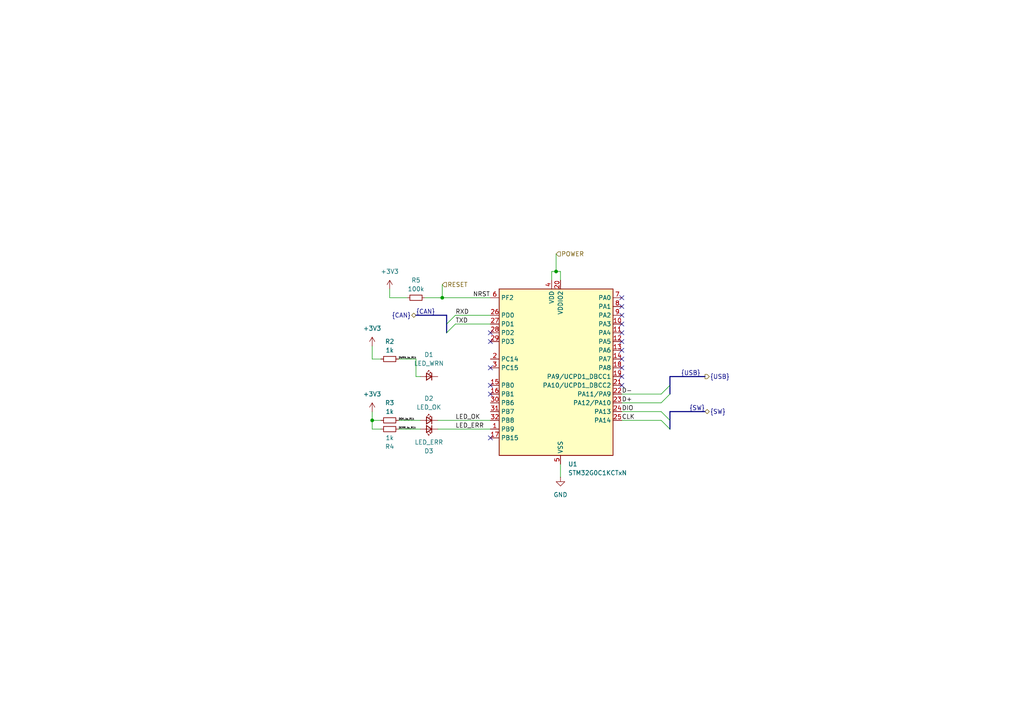
<source format=kicad_sch>
(kicad_sch (version 20250114) (generator "eeschema") (generator_version "9.0")
  (paper "A4")
  (lib_symbols
    (symbol "Device:LED_Small" (pin_numbers (hide yes)) (pin_names (offset 0.254) (hide yes))
      (property "Reference" "D" (at -1.27 3.175 0))
      (property "Value" "LED_Small" (at -4.445 -2.54 0))
      (symbol "LED_Small_0_1"
        (polyline (pts (xy -0.762 -1.016) (xy -0.762 1.016)) (stroke (width 0.254)))
        (polyline (pts (xy 0 0.762) (xy -0.508 1.27) (xy -0.254 1.27) (xy -0.508 1.27) (xy -0.508 1.016)))
        (polyline (pts (xy 0.508 1.27) (xy 0 1.778) (xy 0.254 1.778) (xy 0 1.778) (xy 0 1.524)))
        (polyline (pts (xy 0.762 -1.016) (xy -0.762 0) (xy 0.762 1.016) (xy 0.762 -1.016)) (stroke (width 0.254)))
        (polyline (pts (xy 1.016 0) (xy -0.762 0)))
      )
      (symbol "LED_Small_1_1"
        (pin passive line (at -2.54 0 0) (length 1.778) (name "K") (number "1"))
        (pin passive line (at 2.54 0 180) (length 1.778) (name "A") (number "2"))
      )
    )
    (symbol "Device:R_Small" (pin_numbers (hide yes)) (pin_names (offset 0.254) (hide yes))
      (property "Reference" "R" (at 0.762 0.508 0))
      (property "Value" "R_Small" (at 0.762 -1.016 0))
      (symbol "R_Small_0_1"
        (rectangle (start -0.762 1.778) (end 0.762 -1.778) (stroke (width 0.2032)))
      )
      (symbol "R_Small_1_1"
        (pin passive line (at 0 2.54 270) (length 0.762) (name "~") (number "1"))
        (pin passive line (at 0 -2.54 90) (length 0.762) (name "~") (number "2"))
      )
    )
    (symbol "MCU_ST_STM32G0:STM32G0C1KCTxN"
      (property "Reference" "U1" (at 4.7341 -25.4 0))
      (property "Value" "STM32G0C1KCTxN" (at 4.7341 -27.94 0))
      (symbol "STM32G0C1KCTxN_0_1"
        (rectangle (start -15.24 -22.86) (end 17.78 25.4) (stroke (width 0.254)) (fill (type background)))
      )
      (symbol "STM32G0C1KCTxN_1_1"
        (pin bidirectional line (at -17.78 22.86 0) (length 2.54) (name "PF2") (number "6"))
        (pin bidirectional line (at -17.78 17.78 0) (length 2.54) (name "PD0") (number "26"))
        (pin bidirectional line (at -17.78 15.24 0) (length 2.54) (name "PD1") (number "27"))
        (pin bidirectional line (at -17.78 12.7 0) (length 2.54) (name "PD2") (number "28"))
        (pin bidirectional line (at -17.78 10.16 0) (length 2.54) (name "PD3") (number "29"))
        (pin bidirectional line (at -17.78 5.08 0) (length 2.54) (name "PC14") (number "2"))
        (pin bidirectional line (at -17.78 2.54 0) (length 2.54) (name "PC15") (number "3"))
        (pin bidirectional line (at -17.78 -2.54 0) (length 2.54) (name "PB0") (number "15"))
        (pin bidirectional line (at -17.78 -5.08 0) (length 2.54) (name "PB1") (number "16"))
        (pin bidirectional line (at -17.78 -7.62 0) (length 2.54) (name "PB6") (number "30"))
        (pin bidirectional line (at -17.78 -10.16 0) (length 2.54) (name "PB7") (number "31"))
        (pin bidirectional line (at -17.78 -12.7 0) (length 2.54) (name "PB8") (number "32"))
        (pin bidirectional line (at -17.78 -15.24 0) (length 2.54) (name "PB9") (number "1"))
        (pin bidirectional line (at -17.78 -17.78 0) (length 2.54) (name "PB15") (number "17"))
        (pin power_in line (at 0 27.94 270) (length 2.54) (name "VDD") (number "4"))
        (pin power_in line (at 2.54 27.94 270) (length 2.54) (name "VDDIO2") (number "20"))
        (pin power_out line (at 2.54 -25.4 90) (length 2.54) (name "VSS") (number "5"))
        (pin bidirectional line (at 20.32 22.86 180) (length 2.54) (name "PA0") (number "7"))
        (pin bidirectional line (at 20.32 20.32 180) (length 2.54) (name "PA1") (number "8"))
        (pin bidirectional line (at 20.32 17.78 180) (length 2.54) (name "PA2") (number "9"))
        (pin bidirectional line (at 20.32 15.24 180) (length 2.54) (name "PA3") (number "10"))
        (pin bidirectional line (at 20.32 12.7 180) (length 2.54) (name "PA4") (number "11"))
        (pin bidirectional line (at 20.32 10.16 180) (length 2.54) (name "PA5") (number "12"))
        (pin bidirectional line (at 20.32 7.62 180) (length 2.54) (name "PA6") (number "13"))
        (pin bidirectional line (at 20.32 5.08 180) (length 2.54) (name "PA7") (number "14"))
        (pin bidirectional line (at 20.32 2.54 180) (length 2.54) (name "PA8") (number "18"))
        (pin bidirectional line (at 20.32 0 180) (length 2.54) (name "PA9/UCPD1_DBCC1") (number "19"))
        (pin bidirectional line (at 20.32 -2.54 180) (length 2.54) (name "PA10/UCPD1_DBCC2") (number "21"))
        (pin bidirectional line (at 20.32 -5.08 180) (length 2.54) (name "PA11/PA9") (number "22"))
        (pin bidirectional line (at 20.32 -7.62 180) (length 2.54) (name "PA12/PA10") (number "23"))
        (pin bidirectional line (at 20.32 -10.16 180) (length 2.54) (name "PA13") (number "24"))
        (pin bidirectional line (at 20.32 -12.7 180) (length 2.54) (name "PA14") (number "25"))
      )
    )
    (symbol "power:+3V3" (power) (pin_numbers (hide yes)) (pin_names (offset 0) (hide yes))
      (property "Value" "+3V3" (at 0 3.556 0))
      (symbol "+3V3_0_1"
        (polyline (pts (xy -0.762 1.27) (xy 0 2.54)))
        (polyline (pts (xy 0 2.54) (xy 0.762 1.27)))
        (polyline (pts (xy 0 0) (xy 0 2.54)))
      )
      (symbol "+3V3_1_1"
        (pin power_in line (at 0 0 90) (length 0) (name "~") (number "1"))
      )
    )
    (symbol "power:GND" (power) (pin_numbers (hide yes)) (pin_names (offset 0) (hide yes))
      (property "Value" "GND" (at 0 -3.81 0))
      (symbol "GND_0_1"
        (polyline (pts (xy 0 0) (xy 0 -1.27) (xy 1.27 -1.27) (xy 0 -2.54) (xy -1.27 -1.27) (xy 0 -1.27)))
      )
      (symbol "GND_1_1"
        (pin power_in line (at 0 0 270) (length 0) (name "~") (number "1"))
      )
    )
  )
  (junction (at 128.27 86.36))
  (junction (at 161.29 78.74))
  (junction (at 107.95 121.92))
  (no_connect (at 180.34 104.14))
  (no_connect (at 142.24 96.52))
  (no_connect (at 180.34 96.52))
  (no_connect (at 142.24 99.06))
  (no_connect (at 180.34 101.6))
  (no_connect (at 180.34 109.22))
  (no_connect (at 180.34 99.06))
  (no_connect (at 142.24 114.3))
  (no_connect (at 180.34 86.36))
  (no_connect (at 180.34 91.44))
  (no_connect (at 142.24 127))
  (no_connect (at 180.34 111.76))
  (no_connect (at 142.24 106.68))
  (no_connect (at 142.24 111.76))
  (no_connect (at 180.34 88.9))
  (no_connect (at 180.34 93.98))
  (no_connect (at 180.34 106.68))
  (bus_entry (at 132.08 93.98) (size -2.54 2.54))
  (bus_entry (at 132.08 91.44) (size -2.54 2.54))
  (bus_entry (at 194.31 111.76) (size -2.54 2.54))
  (bus_entry (at 194.31 124.46) (size -2.54 -2.54))
  (bus_entry (at 194.31 114.3) (size -2.54 2.54))
  (bus_entry (at 194.31 121.92) (size -2.54 -2.54))
  (wire (pts (xy 162.56 78.74) (xy 162.56 81.28)))
  (bus (pts (xy 194.31 119.38) (xy 194.31 121.92)))
  (wire (pts (xy 115.57 124.46) (xy 121.92 124.46)))
  (bus (pts (xy 194.31 119.38) (xy 204.47 119.38)))
  (wire (pts (xy 161.29 78.74) (xy 160.02 78.74)))
  (wire (pts (xy 107.95 104.14) (xy 110.49 104.14)))
  (wire (pts (xy 107.95 121.92) (xy 110.49 121.92)))
  (bus (pts (xy 194.31 121.92) (xy 194.31 124.46)))
  (wire (pts (xy 180.34 114.3) (xy 191.77 114.3)))
  (wire (pts (xy 128.27 82.55) (xy 128.27 86.36)))
  (wire (pts (xy 107.95 124.46) (xy 110.49 124.46)))
  (wire (pts (xy 107.95 119.38) (xy 107.95 121.92)))
  (wire (pts (xy 160.02 78.74) (xy 160.02 81.28)))
  (bus (pts (xy 129.54 91.44) (xy 120.65 91.44)))
  (wire (pts (xy 161.29 73.66) (xy 161.29 78.74)))
  (wire (pts (xy 107.95 100.33) (xy 107.95 104.14)))
  (wire (pts (xy 128.27 86.36) (xy 142.24 86.36)))
  (wire (pts (xy 132.08 93.98) (xy 142.24 93.98)))
  (wire (pts (xy 180.34 119.38) (xy 191.77 119.38)))
  (wire (pts (xy 107.95 121.92) (xy 107.95 124.46)))
  (wire (pts (xy 118.11 86.36) (xy 113.03 86.36)))
  (wire (pts (xy 162.56 134.62) (xy 162.56 138.43)))
  (wire (pts (xy 120.65 104.14) (xy 115.57 104.14)))
  (wire (pts (xy 127 124.46) (xy 142.24 124.46)))
  (wire (pts (xy 120.65 109.22) (xy 120.65 104.14)))
  (wire (pts (xy 115.57 121.92) (xy 121.92 121.92)))
  (wire (pts (xy 161.29 78.74) (xy 162.56 78.74)))
  (bus (pts (xy 194.31 109.22) (xy 194.31 111.76)))
  (wire (pts (xy 127 121.92) (xy 142.24 121.92)))
  (wire (pts (xy 121.92 109.22) (xy 120.65 109.22)))
  (wire (pts (xy 123.19 86.36) (xy 128.27 86.36)))
  (wire (pts (xy 132.08 91.44) (xy 142.24 91.44)))
  (wire (pts (xy 180.34 116.84) (xy 191.77 116.84)))
  (bus (pts (xy 194.31 109.22) (xy 204.47 109.22)))
  (bus (pts (xy 129.54 93.98) (xy 129.54 96.52)))
  (wire (pts (xy 180.34 121.92) (xy 191.77 121.92)))
  (wire (pts (xy 113.03 83.82) (xy 113.03 86.36)))
  (bus (pts (xy 129.54 91.44) (xy 129.54 93.98)))
  (bus (pts (xy 194.31 111.76) (xy 194.31 114.3)))
  (label "{SW}" (at 204.47 119.38 180))
  (label "{CAN}" (at 120.65 91.44 0))
  (label "DIO" (at 180.34 119.38 0))
  (label "CLK" (at 180.34 121.92 0))
  (label "{USB}" (at 203.2 109.22 180))
  (label "D-" (at 180.34 114.3 0))
  (label "DWRN_to_R1k" (at 115.57 104.14 0) (effects (font (size 0.508 0.508))))
  (label "DOK_to_R1k" (at 115.57 121.92 0) (effects (font (size 0.508 0.508))))
  (label "D+" (at 180.34 116.84 0))
  (label "NRST" (at 137.16 86.36 0))
  (label "LED_ERR" (at 132.08 124.46 0))
  (label "DERR_to_R1k" (at 115.57 124.46 0) (effects (font (size 0.508 0.508))))
  (label "RXD" (at 132.08 91.44 0))
  (label "TXD" (at 132.08 93.98 0))
  (label "LED_OK" (at 132.08 121.92 0))
  (hierarchical_label "{SW}" (shape bidirectional) (at 204.47 119.38 0))
  (hierarchical_label "POWER" (shape input) (at 161.29 73.66 0))
  (hierarchical_label "{CAN}" (shape bidirectional) (at 120.65 91.44 180))
  (hierarchical_label "{USB}" (shape output) (at 204.47 109.22 0))
  (hierarchical_label "RESET" (shape input) (at 128.27 82.55 0))
  (symbol (lib_id "power:+3V3") (at 107.95 100.33 0) (unit 1)
    (property "Reference" "#PWR02" (effects (hide yes)))
    (property "Value" "+3V3" (at 107.95 95.25 0))
    (property "Description" "Power symbol creates a global label with name \"+3V3\"" (effects (hide yes)))
  )
  (symbol (lib_id "power:GND") (at 162.56 138.43 0) (unit 1)
    (property "Reference" "#PWR06" (effects (hide yes)))
    (property "Value" "GND" (at 162.56 143.51 0))
  )
  (symbol (lib_id "MCU_ST_STM32G0:STM32G0C1KCTxN") (at 160.02 109.22 0) (unit 1)
    (property "Reference" "U1" (at 164.7541 134.62 0) (effects (justify left)))
    (property "Value" "STM32G0C1KCTxN" (at 164.7541 137.16 0) (effects (justify left)))
    (property "Footprint" "Package_QFP:LQFP-32_7x7mm_P0.8mm" (effects (hide yes)))
    (property "Datasheet" "https://www.st.com/resource/en/datasheet/stm32g0c1kc.pdf" (effects (hide yes)))
    (property "Mouser Price/Stock" "https://www.mouser.pl/ProductDetail/STMicroelectronics/STM32G0C1KCT6N?qs=iLbezkQI%252Bshu4f%252BBp0CpFw%3D%3D" (effects (hide yes)))
  )
  (symbol (lib_id "Device:R_Small") (at 113.03 121.92 90) (unit 1)
    (property "Reference" "R3" (at 113.03 116.84 90))
    (property "Value" "1k" (at 113.03 119.38 90))
    (property "Footprint" "Resistor_SMD:R_0603_1608Metric_Pad0.98x0.95mm_HandSolder" (effects (hide yes)))
    (property "Datasheet" "https://www.vishay.com/docs/20035/dcrcwe3.pdf" (effects (hide yes)))
    (property "Description" "Resistor, small symbol" (effects (hide yes)))
    (property "Mouser Price/Stock" "https://www.mouser.pl/ProductDetail/Vishay-Dale/CRCW06031K00FKED?qs=sGAEpiMZZMtlubZbdhIBIKbhzOdzan%2FGTch9K0lp5pQ%3D" (effects (hide yes)))
  )
  (symbol (lib_id "Device:R_Small") (at 120.65 86.36 90) (unit 1)
    (property "Reference" "R5" (at 120.65 81.28 90))
    (property "Value" "100k" (at 120.65 83.82 90))
    (property "Footprint" "Resistor_SMD:R_0603_1608Metric_Pad0.98x0.95mm_HandSolder" (effects (hide yes)))
    (property "Datasheet" "https://www.koaspeer.com/pdfs/RK73B.pdf" (effects (hide yes)))
    (property "Description" "Resistor, small symbol" (effects (hide yes)))
    (property "Mouser" "https://www.mouser.pl/ProductDetail/KOA-Speer/RK73Z1JTTDD?qs=sGAEpiMZZMtlubZbdhIBIOIkEhSyZ1IOpjyUKjVzbOA%3D" (effects (hide yes)))
    (property "Mouser Price/Stock" "https://www.mouser.pl/ProductDetail/KOA-Speer/RK73B1JTTD104J?qs=sGAEpiMZZMvdGkrng054t2HaaJFon%252B0pQ1vDU7rpyKc%3D" (effects (hide yes)))
  )
  (symbol (lib_id "Device:LED_Small") (at 124.46 109.22 0) (mirror y) (unit 1)
    (property "Reference" "D1" (at 124.3965 102.87 0))
    (property "Value" "LED_WRN" (at 124.3965 105.41 0))
    (property "Footprint" "LED_SMD:LED_0603_1608Metric_Pad1.05x0.95mm_HandSolder" (effects (hide yes)))
    (property "Datasheet" "https://www.we-online.com/components/products/datasheet/150060SS75000.pdf" (effects (hide yes)))
    (property "Description" "Light emitting diode, small symbol" (effects (hide yes)))
    (property "Sim.Pin" "1=K 2=A" (effects (hide yes)))
    (property "Mouser Price/Stock" "https://www.mouser.pl/ProductDetail/Wurth-Elektronik/150060SS75000?qs=LlUlMxKIyB0oQaxwspeTEA%3D%3D" (effects (hide yes)))
  )
  (symbol (lib_id "Device:R_Small") (at 113.03 124.46 270) (mirror x) (unit 1)
    (property "Reference" "R4" (at 113.03 129.54 90))
    (property "Value" "1k" (at 113.03 127 90))
    (property "Footprint" "Resistor_SMD:R_0603_1608Metric_Pad0.98x0.95mm_HandSolder" (effects (hide yes)))
    (property "Datasheet" "https://www.vishay.com/docs/20035/dcrcwe3.pdf" (effects (hide yes)))
    (property "Description" "Resistor, small symbol" (effects (hide yes)))
    (property "Mouser Price/Stock" "https://www.mouser.pl/ProductDetail/Vishay-Dale/CRCW06031K00FKED?qs=sGAEpiMZZMtlubZbdhIBIKbhzOdzan%2FGTch9K0lp5pQ%3D" (effects (hide yes)))
  )
  (symbol (lib_id "power:+3V3") (at 113.03 83.82 0) (unit 1)
    (property "Reference" "#PWR04" (effects (hide yes)))
    (property "Value" "+3V3" (at 113.03 78.74 0))
    (property "Description" "Power symbol creates a global label with name \"+3V3\"" (effects (hide yes)))
  )
  (symbol (lib_id "power:+3V3") (at 107.95 119.38 0) (unit 1)
    (property "Reference" "#PWR03" (effects (hide yes)))
    (property "Value" "+3V3" (at 107.95 114.3 0))
    (property "Description" "Power symbol creates a global label with name \"+3V3\"" (effects (hide yes)))
  )
  (symbol (lib_id "Device:LED_Small") (at 124.46 121.92 0) (mirror y) (unit 1)
    (property "Reference" "D2" (at 124.3965 115.57 0))
    (property "Value" "LED_OK" (at 124.3965 118.11 0))
    (property "Footprint" "LED_SMD:LED_0603_1608Metric_Pad1.05x0.95mm_HandSolder" (effects (hide yes)))
    (property "Datasheet" "https://www.we-online.com/components/products/datasheet/150060SS75000.pdf" (effects (hide yes)))
    (property "Description" "Light emitting diode, small symbol" (effects (hide yes)))
    (property "Sim.Pin" "1=K 2=A" (effects (hide yes)))
    (property "Mouser Price/Stock" "https://www.mouser.pl/ProductDetail/Wurth-Elektronik/150060SS75000?qs=LlUlMxKIyB0oQaxwspeTEA%3D%3D" (effects (hide yes)))
  )
  (symbol (lib_id "Device:LED_Small") (at 124.46 124.46 180) (unit 1)
    (property "Reference" "D3" (at 124.3965 130.81 0))
    (property "Value" "LED_ERR" (at 124.3965 128.27 0))
    (property "Footprint" "LED_SMD:LED_0603_1608Metric_Pad1.05x0.95mm_HandSolder" (effects (hide yes)))
    (property "Datasheet" "https://www.we-online.com/components/products/datasheet/150060SS75000.pdf" (effects (hide yes)))
    (property "Description" "Light emitting diode, small symbol" (effects (hide yes)))
    (property "Sim.Pin" "1=K 2=A" (effects (hide yes)))
    (property "Mouser Price/Stock" "https://www.mouser.pl/ProductDetail/Wurth-Elektronik/150060SS75000?qs=LlUlMxKIyB0oQaxwspeTEA%3D%3D" (effects (hide yes)))
  )
  (symbol (lib_id "Device:R_Small") (at 113.03 104.14 90) (unit 1)
    (property "Reference" "R2" (at 113.03 99.06 90))
    (property "Value" "1k" (at 113.03 101.6 90))
    (property "Footprint" "Resistor_SMD:R_0603_1608Metric_Pad0.98x0.95mm_HandSolder" (effects (hide yes)))
    (property "Datasheet" "https://www.vishay.com/docs/20035/dcrcwe3.pdf" (effects (hide yes)))
    (property "Description" "Resistor, small symbol" (effects (hide yes)))
    (property "Mouser Price/Stock" "https://www.mouser.pl/ProductDetail/Vishay-Dale/CRCW06031K00FKED?qs=sGAEpiMZZMtlubZbdhIBIKbhzOdzan%2FGTch9K0lp5pQ%3D" (effects (hide yes)))
  )
)
</source>
